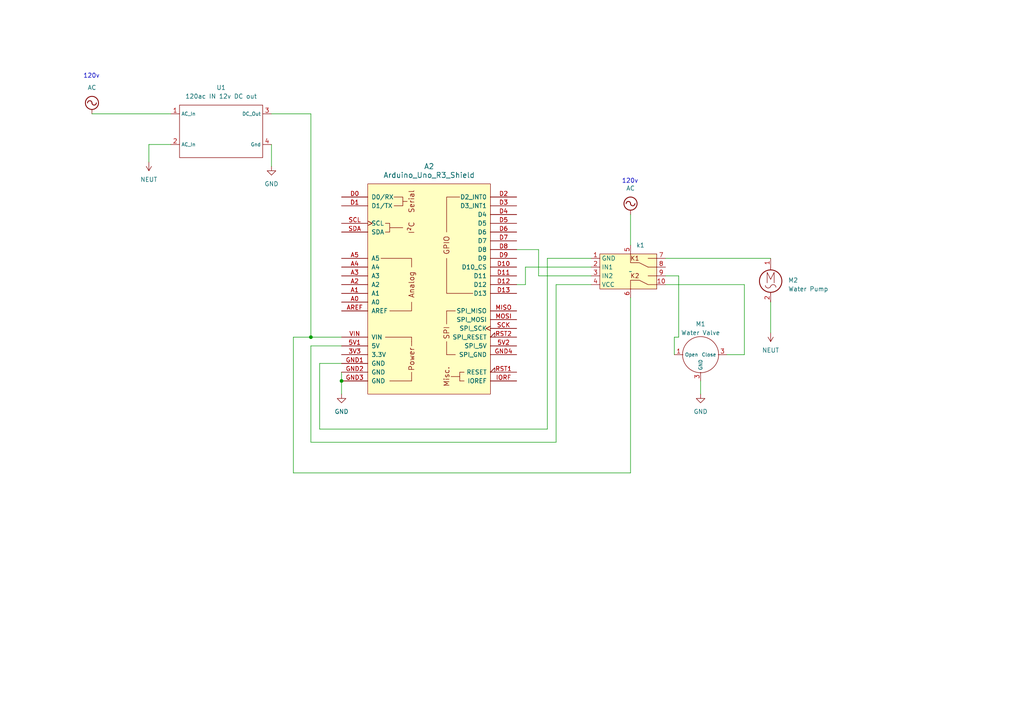
<source format=kicad_sch>
(kicad_sch (version 20230121) (generator eeschema)

  (uuid cd781a36-33dd-481e-9abd-e9c23dc740fb)

  (paper "A4")

  (lib_symbols
    (symbol "12_Volt_Power_Supply:Power_Supply" (in_bom yes) (on_board yes)
      (property "Reference" "U" (at -12.7 10.16 0)
        (effects (font (size 1.27 1.27)))
      )
      (property "Value" "120ac IN 12v DC out" (at 0 1.27 0)
        (effects (font (size 1.27 1.27)))
      )
      (property "Footprint" "" (at 0 0 0)
        (effects (font (size 1.27 1.27)) hide)
      )
      (property "Datasheet" "" (at 0 0 0)
        (effects (font (size 1.27 1.27)) hide)
      )
      (symbol "Power_Supply_0_1"
        (rectangle (start -12.7 7.62) (end 11.43 -7.62)
          (stroke (width 0) (type default))
          (fill (type none))
        )
      )
      (symbol "Power_Supply_1_1"
        (pin input line (at -15.24 5.08 0) (length 2.54)
          (name "AC_In" (effects (font (size 1 1))))
          (number "1" (effects (font (size 1.27 1.27))))
        )
        (pin input line (at -15.24 -3.81 0) (length 2.54)
          (name "AC_In" (effects (font (size 1 1))))
          (number "2" (effects (font (size 1.27 1.27))))
        )
        (pin output line (at 13.97 5.08 180) (length 2.54)
          (name "DC_Out" (effects (font (size 1 1))))
          (number "3" (effects (font (size 1.27 1.27))))
        )
        (pin output line (at 13.97 -3.81 180) (length 2.54)
          (name "Gnd" (effects (font (size 1 1))))
          (number "4" (effects (font (size 1.27 1.27))))
        )
      )
    )
    (symbol "2_Relay_Module:2_relay_Module" (in_bom yes) (on_board yes)
      (property "Reference" "k" (at -8.89 7.62 0)
        (effects (font (size 1.27 1.27)))
      )
      (property "Value" "" (at 0 0 0)
        (effects (font (size 1.27 1.27)))
      )
      (property "Footprint" "" (at 0 0 0)
        (effects (font (size 1.27 1.27)) hide)
      )
      (property "Datasheet" "" (at 0 0 0)
        (effects (font (size 1.27 1.27)) hide)
      )
      (symbol "2_relay_Module_1_1"
        (rectangle (start -8.89 5.08) (end 7.62 -5.08)
          (stroke (width 0) (type default))
          (fill (type background))
        )
        (polyline
          (pts
            (xy 5.08 -1.27)
            (xy 7.62 -1.27)
          )
          (stroke (width 0) (type default))
          (fill (type none))
        )
        (polyline
          (pts
            (xy 5.08 1.27)
            (xy 7.62 1.27)
          )
          (stroke (width 0) (type default))
          (fill (type none))
        )
        (polyline
          (pts
            (xy 5.08 3.81)
            (xy 7.62 3.81)
          )
          (stroke (width 0) (type default))
          (fill (type none))
        )
        (polyline
          (pts
            (xy 0 5.08)
            (xy 0 2.54)
            (xy 2.54 2.54)
            (xy 5.08 1.27)
          )
          (stroke (width 0) (type default))
          (fill (type none))
        )
        (polyline
          (pts
            (xy 0 -5.08)
            (xy 0 -2.54)
            (xy 2.54 -2.54)
            (xy 5.08 -3.81)
            (xy 7.62 -3.81)
          )
          (stroke (width 0) (type default))
          (fill (type none))
        )
        (text "K1" (at 1.27 3.81 0)
          (effects (font (size 1.27 1.27)))
        )
        (text "K2" (at 1.27 -1.27 0)
          (effects (font (size 1.27 1.27)))
        )
        (pin input line (at -11.43 3.81 0) (length 2.54)
          (name "GND" (effects (font (size 1.27 1.27))))
          (number "1" (effects (font (size 1.27 1.27))))
        )
        (pin bidirectional line (at 10.16 -3.81 180) (length 2.54)
          (name "" (effects (font (size 1.27 1.27))))
          (number "10" (effects (font (size 1.27 1.27))))
        )
        (pin input line (at -11.43 1.27 0) (length 2.54)
          (name "IN1" (effects (font (size 1.27 1.27))))
          (number "2" (effects (font (size 1.27 1.27))))
        )
        (pin input line (at -11.43 -1.27 0) (length 2.54)
          (name "IN2" (effects (font (size 1.27 1.27))))
          (number "3" (effects (font (size 1.27 1.27))))
        )
        (pin input line (at -11.43 -3.81 0) (length 2.54)
          (name "VCC" (effects (font (size 1.27 1.27))))
          (number "4" (effects (font (size 1.27 1.27))))
        )
        (pin input line (at 0 7.62 270) (length 2.54)
          (name "" (effects (font (size 1.27 1.27))))
          (number "5" (effects (font (size 1.27 1.27))))
        )
        (pin input line (at 0 -7.62 90) (length 2.54)
          (name "" (effects (font (size 1.27 1.27))))
          (number "6" (effects (font (size 1.27 1.27))))
        )
        (pin bidirectional line (at 10.16 3.81 180) (length 2.54)
          (name "" (effects (font (size 1.27 1.27))))
          (number "7" (effects (font (size 1.27 1.27))))
        )
        (pin bidirectional line (at 10.16 1.27 180) (length 2.54)
          (name "" (effects (font (size 1.27 1.27))))
          (number "8" (effects (font (size 1.27 1.27))))
        )
        (pin bidirectional line (at 10.16 -1.27 180) (length 2.54)
          (name "" (effects (font (size 1.27 1.27))))
          (number "9" (effects (font (size 1.27 1.27))))
        )
      )
    )
    (symbol "3_Wire_DC_Motor:MOtor" (in_bom yes) (on_board yes)
      (property "Reference" "M" (at -7.62 5.08 0)
        (effects (font (size 1.27 1.27)))
      )
      (property "Value" "" (at 0 0 0)
        (effects (font (size 1.27 1.27)))
      )
      (property "Footprint" "" (at 0 0 0)
        (effects (font (size 1.27 1.27)) hide)
      )
      (property "Datasheet" "" (at 0 0 0)
        (effects (font (size 1.27 1.27)) hide)
      )
      (symbol "MOtor_0_1"
        (circle (center 0 0) (radius 5.2363)
          (stroke (width 0) (type default))
          (fill (type none))
        )
      )
      (symbol "MOtor_1_1"
        (pin input line (at -7.62 0 0) (length 2.54)
          (name "Open" (effects (font (size 1 1))))
          (number "1" (effects (font (size 1.27 1.27))))
        )
        (pin input line (at 7.62 0 180) (length 2.54)
          (name "Close" (effects (font (size 1 1))))
          (number "3" (effects (font (size 1.27 1.27))))
        )
        (pin input line (at 0 -7.62 90) (length 2.54)
          (name "GND" (effects (font (size 1 1))))
          (number "3" (effects (font (size 1.27 1.27))))
        )
      )
    )
    (symbol "Motor:Motor_AC" (pin_names (offset 0)) (in_bom yes) (on_board yes)
      (property "Reference" "M" (at 2.54 2.54 0)
        (effects (font (size 1.27 1.27)) (justify left))
      )
      (property "Value" "Motor_AC" (at 2.54 -5.08 0)
        (effects (font (size 1.27 1.27)) (justify left top))
      )
      (property "Footprint" "" (at 0 -2.286 0)
        (effects (font (size 1.27 1.27)) hide)
      )
      (property "Datasheet" "~" (at 0 -2.286 0)
        (effects (font (size 1.27 1.27)) hide)
      )
      (property "ki_keywords" "AC Motor" (at 0 0 0)
        (effects (font (size 1.27 1.27)) hide)
      )
      (property "ki_description" "AC Motor" (at 0 0 0)
        (effects (font (size 1.27 1.27)) hide)
      )
      (property "ki_fp_filters" "PinHeader*P2.54mm* TerminalBlock*" (at 0 0 0)
        (effects (font (size 1.27 1.27)) hide)
      )
      (symbol "Motor_AC_0_0"
        (arc (start -1.524 -2.794) (mid -0.8654 -3.5217) (end 0 -3.048)
          (stroke (width 0) (type default))
          (fill (type none))
        )
        (polyline
          (pts
            (xy -1.016 -2.032)
            (xy -1.016 1.016)
            (xy 0 -1.016)
            (xy 1.016 1.016)
            (xy 1.016 -2.032)
          )
          (stroke (width 0) (type default))
          (fill (type none))
        )
        (arc (start 1.524 -3.302) (mid 0.85 -2.5503) (end 0 -3.048)
          (stroke (width 0) (type default))
          (fill (type none))
        )
      )
      (symbol "Motor_AC_0_1"
        (circle (center 0 -1.524) (radius 3.2512)
          (stroke (width 0.254) (type default))
          (fill (type none))
        )
        (polyline
          (pts
            (xy 0 -7.62)
            (xy 0 -7.112)
          )
          (stroke (width 0) (type default))
          (fill (type none))
        )
        (polyline
          (pts
            (xy 0 -4.7752)
            (xy 0 -5.1816)
          )
          (stroke (width 0) (type default))
          (fill (type none))
        )
        (polyline
          (pts
            (xy 0 1.7272)
            (xy 0 2.0828)
          )
          (stroke (width 0) (type default))
          (fill (type none))
        )
        (polyline
          (pts
            (xy 0 2.032)
            (xy 0 2.54)
          )
          (stroke (width 0) (type default))
          (fill (type none))
        )
      )
      (symbol "Motor_AC_1_1"
        (pin passive line (at 0 5.08 270) (length 2.54)
          (name "~" (effects (font (size 1.27 1.27))))
          (number "1" (effects (font (size 1.27 1.27))))
        )
        (pin passive line (at 0 -7.62 90) (length 2.54)
          (name "~" (effects (font (size 1.27 1.27))))
          (number "2" (effects (font (size 1.27 1.27))))
        )
      )
    )
    (symbol "PCM_arduino-library:Arduino_Uno_R3_Shield" (pin_names (offset 1.016)) (in_bom yes) (on_board yes)
      (property "Reference" "A" (at 0 36.83 0)
        (effects (font (size 1.524 1.524)))
      )
      (property "Value" "Arduino_Uno_R3_Shield" (at 0 33.02 0)
        (effects (font (size 1.524 1.524)))
      )
      (property "Footprint" "PCM_arduino-library:Arduino_Uno_R3_Shield" (at 0 -38.1 0)
        (effects (font (size 1.524 1.524)) hide)
      )
      (property "Datasheet" "https://docs.arduino.cc/hardware/uno-rev3" (at 0 -34.29 0)
        (effects (font (size 1.524 1.524)) hide)
      )
      (property "ki_keywords" "Arduino MPU Shield" (at 0 0 0)
        (effects (font (size 1.27 1.27)) hide)
      )
      (property "ki_description" "Shield for Arduino Uno R3" (at 0 0 0)
        (effects (font (size 1.27 1.27)) hide)
      )
      (property "ki_fp_filters" "Arduino_Uno_R3_Shield" (at 0 0 0)
        (effects (font (size 1.27 1.27)) hide)
      )
      (symbol "Arduino_Uno_R3_Shield_0_0"
        (rectangle (start -17.78 30.48) (end 17.78 -30.48)
          (stroke (width 0) (type default))
          (fill (type background))
        )
        (rectangle (start -12.7 -13.97) (end -5.08 -13.97)
          (stroke (width 0) (type default))
          (fill (type none))
        )
        (rectangle (start -11.43 -26.67) (end -5.08 -26.67)
          (stroke (width 0) (type default))
          (fill (type none))
        )
        (polyline
          (pts
            (xy -11.43 17.78)
            (xy -7.62 17.78)
          )
          (stroke (width 0) (type default))
          (fill (type none))
        )
        (polyline
          (pts
            (xy -7.62 25.4)
            (xy -6.35 25.4)
          )
          (stroke (width 0) (type default))
          (fill (type none))
        )
        (polyline
          (pts
            (xy -5.08 -26.67)
            (xy -5.08 -24.13)
          )
          (stroke (width 0) (type default))
          (fill (type none))
        )
        (polyline
          (pts
            (xy -5.08 -15.24)
            (xy -5.08 -16.51)
          )
          (stroke (width 0) (type default))
          (fill (type none))
        )
        (polyline
          (pts
            (xy -5.08 -13.97)
            (xy -5.08 -15.24)
          )
          (stroke (width 0) (type default))
          (fill (type none))
        )
        (polyline
          (pts
            (xy -5.08 -3.81)
            (xy -5.08 -6.35)
            (xy -11.43 -6.35)
          )
          (stroke (width 0) (type default))
          (fill (type none))
        )
        (polyline
          (pts
            (xy -5.08 6.35)
            (xy -5.08 8.89)
            (xy -13.97 8.89)
          )
          (stroke (width 0) (type default))
          (fill (type none))
        )
        (polyline
          (pts
            (xy 5.08 8.89)
            (xy 5.08 -1.27)
            (xy 12.7 -1.27)
          )
          (stroke (width 0) (type default))
          (fill (type none))
        )
        (polyline
          (pts
            (xy 5.08 16.51)
            (xy 5.08 26.67)
            (xy 8.89 26.67)
          )
          (stroke (width 0) (type default))
          (fill (type none))
        )
        (polyline
          (pts
            (xy -12.7 19.05)
            (xy -11.43 19.05)
            (xy -11.43 16.51)
            (xy -12.7 16.51)
          )
          (stroke (width 0) (type default))
          (fill (type none))
        )
        (polyline
          (pts
            (xy -10.16 26.67)
            (xy -7.62 26.67)
            (xy -7.62 24.13)
            (xy -10.16 24.13)
          )
          (stroke (width 0) (type default))
          (fill (type none))
        )
        (rectangle (start 5.08 -19.05) (end 5.08 -15.24)
          (stroke (width 0) (type default))
          (fill (type none))
        )
        (rectangle (start 5.08 -19.05) (end 7.62 -19.05)
          (stroke (width 0) (type default))
          (fill (type none))
        )
        (rectangle (start 5.08 -10.16) (end 5.08 -6.35)
          (stroke (width 0) (type default))
          (fill (type none))
        )
        (rectangle (start 7.62 -6.35) (end 5.08 -6.35)
          (stroke (width 0) (type default))
          (fill (type none))
        )
        (rectangle (start 8.89 -25.4) (end 6.35 -25.4)
          (stroke (width 0) (type default))
          (fill (type none))
        )
        (rectangle (start 8.89 -24.13) (end 8.89 -26.67)
          (stroke (width 0) (type default))
          (fill (type none))
        )
        (rectangle (start 10.16 -26.67) (end 8.89 -26.67)
          (stroke (width 0) (type default))
          (fill (type none))
        )
        (rectangle (start 10.16 -24.13) (end 8.89 -24.13)
          (stroke (width 0) (type default))
          (fill (type none))
        )
        (text "Analog" (at -5.08 1.27 900)
          (effects (font (size 1.524 1.524)))
        )
        (text "I²C" (at -5.08 17.78 900)
          (effects (font (size 1.524 1.524)))
        )
        (text "Misc." (at 5.08 -25.4 900)
          (effects (font (size 1.524 1.524)))
        )
        (text "Power" (at -5.08 -20.32 900)
          (effects (font (size 1.524 1.524)))
        )
        (text "Serial" (at -5.08 25.4 900)
          (effects (font (size 1.524 1.524)))
        )
        (text "SPI" (at 5.08 -12.7 900)
          (effects (font (size 1.524 1.524)))
        )
      )
      (symbol "Arduino_Uno_R3_Shield_1_0"
        (text "GPIO" (at 5.08 12.7 900)
          (effects (font (size 1.524 1.524)))
        )
      )
      (symbol "Arduino_Uno_R3_Shield_1_1"
        (pin power_out line (at -25.4 -19.05 0) (length 7.62)
          (name "3.3V" (effects (font (size 1.27 1.27))))
          (number "3V3" (effects (font (size 1.27 1.27))))
        )
        (pin power_in line (at -25.4 -16.51 0) (length 7.62)
          (name "5V" (effects (font (size 1.27 1.27))))
          (number "5V1" (effects (font (size 1.27 1.27))))
        )
        (pin power_in line (at 25.4 -16.51 180) (length 7.62)
          (name "SPI_5V" (effects (font (size 1.27 1.27))))
          (number "5V2" (effects (font (size 1.27 1.27))))
        )
        (pin bidirectional line (at -25.4 -3.81 0) (length 7.62)
          (name "A0" (effects (font (size 1.27 1.27))))
          (number "A0" (effects (font (size 1.27 1.27))))
        )
        (pin bidirectional line (at -25.4 -1.27 0) (length 7.62)
          (name "A1" (effects (font (size 1.27 1.27))))
          (number "A1" (effects (font (size 1.27 1.27))))
        )
        (pin bidirectional line (at -25.4 1.27 0) (length 7.62)
          (name "A2" (effects (font (size 1.27 1.27))))
          (number "A2" (effects (font (size 1.27 1.27))))
        )
        (pin bidirectional line (at -25.4 3.81 0) (length 7.62)
          (name "A3" (effects (font (size 1.27 1.27))))
          (number "A3" (effects (font (size 1.27 1.27))))
        )
        (pin bidirectional line (at -25.4 6.35 0) (length 7.62)
          (name "A4" (effects (font (size 1.27 1.27))))
          (number "A4" (effects (font (size 1.27 1.27))))
        )
        (pin bidirectional line (at -25.4 8.89 0) (length 7.62)
          (name "A5" (effects (font (size 1.27 1.27))))
          (number "A5" (effects (font (size 1.27 1.27))))
        )
        (pin input line (at -25.4 -6.35 0) (length 7.62)
          (name "AREF" (effects (font (size 1.27 1.27))))
          (number "AREF" (effects (font (size 1.27 1.27))))
        )
        (pin bidirectional line (at -25.4 26.67 0) (length 7.62)
          (name "D0/RX" (effects (font (size 1.27 1.27))))
          (number "D0" (effects (font (size 1.27 1.27))))
        )
        (pin bidirectional line (at -25.4 24.13 0) (length 7.62)
          (name "D1/TX" (effects (font (size 1.27 1.27))))
          (number "D1" (effects (font (size 1.27 1.27))))
        )
        (pin bidirectional line (at 25.4 6.35 180) (length 7.62)
          (name "D10_CS" (effects (font (size 1.27 1.27))))
          (number "D10" (effects (font (size 1.27 1.27))))
        )
        (pin bidirectional line (at 25.4 3.81 180) (length 7.62)
          (name "D11" (effects (font (size 1.27 1.27))))
          (number "D11" (effects (font (size 1.27 1.27))))
        )
        (pin bidirectional line (at 25.4 1.27 180) (length 7.62)
          (name "D12" (effects (font (size 1.27 1.27))))
          (number "D12" (effects (font (size 1.27 1.27))))
        )
        (pin bidirectional line (at 25.4 -1.27 180) (length 7.62)
          (name "D13" (effects (font (size 1.27 1.27))))
          (number "D13" (effects (font (size 1.27 1.27))))
        )
        (pin bidirectional line (at 25.4 26.67 180) (length 7.62)
          (name "D2_INT0" (effects (font (size 1.27 1.27))))
          (number "D2" (effects (font (size 1.27 1.27))))
        )
        (pin bidirectional line (at 25.4 24.13 180) (length 7.62)
          (name "D3_INT1" (effects (font (size 1.27 1.27))))
          (number "D3" (effects (font (size 1.27 1.27))))
        )
        (pin bidirectional line (at 25.4 21.59 180) (length 7.62)
          (name "D4" (effects (font (size 1.27 1.27))))
          (number "D4" (effects (font (size 1.27 1.27))))
        )
        (pin bidirectional line (at 25.4 19.05 180) (length 7.62)
          (name "D5" (effects (font (size 1.27 1.27))))
          (number "D5" (effects (font (size 1.27 1.27))))
        )
        (pin bidirectional line (at 25.4 16.51 180) (length 7.62)
          (name "D6" (effects (font (size 1.27 1.27))))
          (number "D6" (effects (font (size 1.27 1.27))))
        )
        (pin bidirectional line (at 25.4 13.97 180) (length 7.62)
          (name "D7" (effects (font (size 1.27 1.27))))
          (number "D7" (effects (font (size 1.27 1.27))))
        )
        (pin bidirectional line (at 25.4 11.43 180) (length 7.62)
          (name "D8" (effects (font (size 1.27 1.27))))
          (number "D8" (effects (font (size 1.27 1.27))))
        )
        (pin bidirectional line (at 25.4 8.89 180) (length 7.62)
          (name "D9" (effects (font (size 1.27 1.27))))
          (number "D9" (effects (font (size 1.27 1.27))))
        )
        (pin power_in line (at -25.4 -21.59 0) (length 7.62)
          (name "GND" (effects (font (size 1.27 1.27))))
          (number "GND1" (effects (font (size 1.27 1.27))))
        )
        (pin power_in line (at -25.4 -24.13 0) (length 7.62)
          (name "GND" (effects (font (size 1.27 1.27))))
          (number "GND2" (effects (font (size 1.27 1.27))))
        )
        (pin power_in line (at -25.4 -26.67 0) (length 7.62)
          (name "GND" (effects (font (size 1.27 1.27))))
          (number "GND3" (effects (font (size 1.27 1.27))))
        )
        (pin power_in line (at 25.4 -19.05 180) (length 7.62)
          (name "SPI_GND" (effects (font (size 1.27 1.27))))
          (number "GND4" (effects (font (size 1.27 1.27))))
        )
        (pin output line (at 25.4 -26.67 180) (length 7.62)
          (name "IOREF" (effects (font (size 1.27 1.27))))
          (number "IORF" (effects (font (size 1.27 1.27))))
        )
        (pin input line (at 25.4 -6.35 180) (length 7.62)
          (name "SPI_MISO" (effects (font (size 1.27 1.27))))
          (number "MISO" (effects (font (size 1.27 1.27))))
        )
        (pin output line (at 25.4 -8.89 180) (length 7.62)
          (name "SPI_MOSI" (effects (font (size 1.27 1.27))))
          (number "MOSI" (effects (font (size 1.27 1.27))))
        )
        (pin open_collector input_low (at 25.4 -24.13 180) (length 7.62)
          (name "RESET" (effects (font (size 1.27 1.27))))
          (number "RST1" (effects (font (size 1.27 1.27))))
        )
        (pin open_collector input_low (at 25.4 -13.97 180) (length 7.62)
          (name "SPI_RESET" (effects (font (size 1.27 1.27))))
          (number "RST2" (effects (font (size 1.27 1.27))))
        )
        (pin output clock (at 25.4 -11.43 180) (length 7.62)
          (name "SPI_SCK" (effects (font (size 1.27 1.27))))
          (number "SCK" (effects (font (size 1.27 1.27))))
        )
        (pin bidirectional clock (at -25.4 19.05 0) (length 7.62)
          (name "SCL" (effects (font (size 1.27 1.27))))
          (number "SCL" (effects (font (size 1.27 1.27))))
        )
        (pin bidirectional line (at -25.4 16.51 0) (length 7.62)
          (name "SDA" (effects (font (size 1.27 1.27))))
          (number "SDA" (effects (font (size 1.27 1.27))))
        )
        (pin power_in line (at -25.4 -13.97 0) (length 7.62)
          (name "VIN" (effects (font (size 1.27 1.27))))
          (number "VIN" (effects (font (size 1.27 1.27))))
        )
      )
    )
    (symbol "power:AC" (power) (pin_names (offset 0)) (in_bom yes) (on_board yes)
      (property "Reference" "#PWR" (at 0 -2.54 0)
        (effects (font (size 1.27 1.27)) hide)
      )
      (property "Value" "AC" (at 0 6.35 0)
        (effects (font (size 1.27 1.27)))
      )
      (property "Footprint" "" (at 0 0 0)
        (effects (font (size 1.27 1.27)) hide)
      )
      (property "Datasheet" "" (at 0 0 0)
        (effects (font (size 1.27 1.27)) hide)
      )
      (property "ki_keywords" "global power" (at 0 0 0)
        (effects (font (size 1.27 1.27)) hide)
      )
      (property "ki_description" "Power symbol creates a global label with name \"AC\"" (at 0 0 0)
        (effects (font (size 1.27 1.27)) hide)
      )
      (symbol "AC_0_1"
        (polyline
          (pts
            (xy 0 0)
            (xy 0 1.27)
          )
          (stroke (width 0) (type default))
          (fill (type none))
        )
        (arc (start 0 3.175) (mid -0.635 3.8073) (end -1.27 3.175)
          (stroke (width 0.254) (type default))
          (fill (type none))
        )
        (arc (start 0 3.175) (mid 0.635 2.5427) (end 1.27 3.175)
          (stroke (width 0.254) (type default))
          (fill (type none))
        )
        (circle (center 0 3.175) (radius 1.905)
          (stroke (width 0.254) (type default))
          (fill (type none))
        )
      )
      (symbol "AC_1_1"
        (pin power_in line (at 0 0 90) (length 0) hide
          (name "AC" (effects (font (size 1.27 1.27))))
          (number "1" (effects (font (size 1.27 1.27))))
        )
      )
    )
    (symbol "power:GND" (power) (pin_names (offset 0)) (in_bom yes) (on_board yes)
      (property "Reference" "#PWR" (at 0 -6.35 0)
        (effects (font (size 1.27 1.27)) hide)
      )
      (property "Value" "GND" (at 0 -3.81 0)
        (effects (font (size 1.27 1.27)))
      )
      (property "Footprint" "" (at 0 0 0)
        (effects (font (size 1.27 1.27)) hide)
      )
      (property "Datasheet" "" (at 0 0 0)
        (effects (font (size 1.27 1.27)) hide)
      )
      (property "ki_keywords" "global power" (at 0 0 0)
        (effects (font (size 1.27 1.27)) hide)
      )
      (property "ki_description" "Power symbol creates a global label with name \"GND\" , ground" (at 0 0 0)
        (effects (font (size 1.27 1.27)) hide)
      )
      (symbol "GND_0_1"
        (polyline
          (pts
            (xy 0 0)
            (xy 0 -1.27)
            (xy 1.27 -1.27)
            (xy 0 -2.54)
            (xy -1.27 -1.27)
            (xy 0 -1.27)
          )
          (stroke (width 0) (type default))
          (fill (type none))
        )
      )
      (symbol "GND_1_1"
        (pin power_in line (at 0 0 270) (length 0) hide
          (name "GND" (effects (font (size 1.27 1.27))))
          (number "1" (effects (font (size 1.27 1.27))))
        )
      )
    )
    (symbol "power:NEUT" (power) (pin_names (offset 0)) (in_bom yes) (on_board yes)
      (property "Reference" "#PWR" (at 0 -3.81 0)
        (effects (font (size 1.27 1.27)) hide)
      )
      (property "Value" "NEUT" (at 0 3.81 0)
        (effects (font (size 1.27 1.27)))
      )
      (property "Footprint" "" (at 0 0 0)
        (effects (font (size 1.27 1.27)) hide)
      )
      (property "Datasheet" "" (at 0 0 0)
        (effects (font (size 1.27 1.27)) hide)
      )
      (property "ki_keywords" "global power" (at 0 0 0)
        (effects (font (size 1.27 1.27)) hide)
      )
      (property "ki_description" "Power symbol creates a global label with name \"NEUT\"" (at 0 0 0)
        (effects (font (size 1.27 1.27)) hide)
      )
      (symbol "NEUT_0_1"
        (polyline
          (pts
            (xy -0.762 1.27)
            (xy 0 2.54)
          )
          (stroke (width 0) (type default))
          (fill (type none))
        )
        (polyline
          (pts
            (xy 0 0)
            (xy 0 2.54)
          )
          (stroke (width 0) (type default))
          (fill (type none))
        )
        (polyline
          (pts
            (xy 0 2.54)
            (xy 0.762 1.27)
          )
          (stroke (width 0) (type default))
          (fill (type none))
        )
      )
      (symbol "NEUT_1_1"
        (pin power_in line (at 0 0 90) (length 0) hide
          (name "NEUT" (effects (font (size 1.27 1.27))))
          (number "1" (effects (font (size 1.27 1.27))))
        )
      )
    )
  )

  (junction (at 99.06 110.49) (diameter 0) (color 0 0 0 0)
    (uuid 2842f0a1-ba16-4caa-862d-150cdcfefd9f)
  )
  (junction (at 90.17 97.79) (diameter 0) (color 0 0 0 0)
    (uuid 53f97d89-2337-45a9-a6ad-694931feb23f)
  )

  (wire (pts (xy 85.09 97.79) (xy 90.17 97.79))
    (stroke (width 0) (type default))
    (uuid 04ee11dd-ef41-4b9b-8550-a93c56489b75)
  )
  (wire (pts (xy 156.21 80.01) (xy 156.21 72.39))
    (stroke (width 0) (type default))
    (uuid 169ce6ac-f8f8-4712-9648-f708606dc893)
  )
  (wire (pts (xy 196.85 97.79) (xy 195.58 97.79))
    (stroke (width 0) (type default))
    (uuid 16a5462c-ba01-4509-997c-d19bfe6cdde3)
  )
  (wire (pts (xy 203.2 114.3) (xy 203.2 110.49))
    (stroke (width 0) (type default))
    (uuid 1addb0d3-6751-47cb-b29b-febbd1cc4a0c)
  )
  (wire (pts (xy 43.18 46.99) (xy 43.18 41.91))
    (stroke (width 0) (type default))
    (uuid 1b048c70-fab0-4596-9abd-60bc949f6eba)
  )
  (wire (pts (xy 43.18 41.91) (xy 49.53 41.91))
    (stroke (width 0) (type default))
    (uuid 238b86b8-317f-4fea-b601-22483b2d440e)
  )
  (wire (pts (xy 92.71 124.46) (xy 92.71 105.41))
    (stroke (width 0) (type default))
    (uuid 243e505c-2b4b-4d9c-b86e-3abc6c3b8ccc)
  )
  (wire (pts (xy 215.9 82.55) (xy 215.9 102.87))
    (stroke (width 0) (type default))
    (uuid 281f401b-570b-4320-b7d3-36f9fede70e2)
  )
  (wire (pts (xy 85.09 137.16) (xy 85.09 97.79))
    (stroke (width 0) (type default))
    (uuid 2bfdd2f8-feef-4421-879e-420219f4701a)
  )
  (wire (pts (xy 171.45 80.01) (xy 156.21 80.01))
    (stroke (width 0) (type default))
    (uuid 38d00cb9-7eeb-470f-b4b6-9ada970d2d3c)
  )
  (wire (pts (xy 193.04 82.55) (xy 215.9 82.55))
    (stroke (width 0) (type default))
    (uuid 3c3e44cc-fe46-46f7-ae25-dceddf8fe37a)
  )
  (wire (pts (xy 158.75 124.46) (xy 92.71 124.46))
    (stroke (width 0) (type default))
    (uuid 3c8d7e03-04f8-41b0-bbe9-e31a1e63c1b8)
  )
  (wire (pts (xy 171.45 77.47) (xy 152.4 77.47))
    (stroke (width 0) (type default))
    (uuid 3dbed93d-f2c9-4a97-98dc-a05d4c88c80b)
  )
  (wire (pts (xy 158.75 74.93) (xy 158.75 124.46))
    (stroke (width 0) (type default))
    (uuid 4bda3c37-b489-4eee-a97c-8b129ce8dfbe)
  )
  (wire (pts (xy 182.88 62.23) (xy 182.88 71.12))
    (stroke (width 0) (type default))
    (uuid 4fe2536a-7bac-475b-a97c-0a26f85d384c)
  )
  (wire (pts (xy 161.29 128.27) (xy 90.17 128.27))
    (stroke (width 0) (type default))
    (uuid 567662bd-7aed-4f23-8730-3ef2c7731def)
  )
  (wire (pts (xy 171.45 74.93) (xy 158.75 74.93))
    (stroke (width 0) (type default))
    (uuid 5dc4b497-ca6f-453e-ab14-f9e7e093e3d0)
  )
  (wire (pts (xy 26.67 33.02) (xy 49.53 33.02))
    (stroke (width 0) (type default))
    (uuid 65084ab3-f980-45be-b495-d70e71276971)
  )
  (wire (pts (xy 156.21 72.39) (xy 149.86 72.39))
    (stroke (width 0) (type default))
    (uuid 73f2b92e-c43d-4474-9133-51e418b5d03d)
  )
  (wire (pts (xy 193.04 80.01) (xy 196.85 80.01))
    (stroke (width 0) (type default))
    (uuid 7cf288b9-695c-49b8-b667-3a2a82b204df)
  )
  (wire (pts (xy 152.4 77.47) (xy 152.4 82.55))
    (stroke (width 0) (type default))
    (uuid 852e7d41-8868-4a18-848f-a5b4c98bf0ac)
  )
  (wire (pts (xy 99.06 110.49) (xy 99.06 114.3))
    (stroke (width 0) (type default))
    (uuid 8d7b11d1-7af5-476f-9e5d-0a10d973fe73)
  )
  (wire (pts (xy 223.52 96.52) (xy 223.52 87.63))
    (stroke (width 0) (type default))
    (uuid 8edad391-cc1d-4c5d-b261-d46bb7507e65)
  )
  (wire (pts (xy 182.88 86.36) (xy 182.88 137.16))
    (stroke (width 0) (type default))
    (uuid 921c6917-3216-435d-a3f8-05d394b021cb)
  )
  (wire (pts (xy 78.74 33.02) (xy 90.17 33.02))
    (stroke (width 0) (type default))
    (uuid 99051134-6d6a-4d36-aca7-022d99fb8a82)
  )
  (wire (pts (xy 171.45 82.55) (xy 161.29 82.55))
    (stroke (width 0) (type default))
    (uuid 9fd99a8b-a8ee-4751-ac2b-6e263b98848c)
  )
  (wire (pts (xy 182.88 137.16) (xy 85.09 137.16))
    (stroke (width 0) (type default))
    (uuid a45b8cab-9d21-458f-8ee3-23f962f45663)
  )
  (wire (pts (xy 215.9 102.87) (xy 210.82 102.87))
    (stroke (width 0) (type default))
    (uuid a7916b88-63a2-4d30-a577-36ed341050bd)
  )
  (wire (pts (xy 92.71 105.41) (xy 99.06 105.41))
    (stroke (width 0) (type default))
    (uuid aba11d18-d254-4ad1-adbc-e418dba92902)
  )
  (wire (pts (xy 196.85 80.01) (xy 196.85 97.79))
    (stroke (width 0) (type default))
    (uuid cd1dbbb1-cd35-47c5-9941-23b13d106755)
  )
  (wire (pts (xy 161.29 82.55) (xy 161.29 128.27))
    (stroke (width 0) (type default))
    (uuid cec5ea66-27e4-4ee6-9821-de4803fafde2)
  )
  (wire (pts (xy 90.17 128.27) (xy 90.17 100.33))
    (stroke (width 0) (type default))
    (uuid ceee607a-0b56-48ad-a747-17a7f0601d72)
  )
  (wire (pts (xy 193.04 74.93) (xy 223.52 74.93))
    (stroke (width 0) (type default))
    (uuid d277b25f-12b2-47d9-982e-e0af74f20662)
  )
  (wire (pts (xy 195.58 97.79) (xy 195.58 102.87))
    (stroke (width 0) (type default))
    (uuid d3219913-d9ca-4151-9f2f-242e1f0d445f)
  )
  (wire (pts (xy 90.17 97.79) (xy 99.06 97.79))
    (stroke (width 0) (type default))
    (uuid d48c3d7a-8a4a-40c9-92b1-34b1114dd2f6)
  )
  (wire (pts (xy 99.06 107.95) (xy 99.06 110.49))
    (stroke (width 0) (type default))
    (uuid d6ae4276-8ce5-487e-9ac9-c13e60d24bc0)
  )
  (wire (pts (xy 90.17 100.33) (xy 99.06 100.33))
    (stroke (width 0) (type default))
    (uuid d896fc2a-9b9d-44a3-8e1f-d016079540f5)
  )
  (wire (pts (xy 90.17 33.02) (xy 90.17 97.79))
    (stroke (width 0) (type default))
    (uuid dde0f708-356f-405d-8cbc-3a94579c9bdb)
  )
  (wire (pts (xy 152.4 82.55) (xy 149.86 82.55))
    (stroke (width 0) (type default))
    (uuid ed62db7e-c996-4574-b10a-1ead21ad6fd1)
  )
  (wire (pts (xy 78.74 41.91) (xy 78.74 48.26))
    (stroke (width 0) (type default))
    (uuid fb239242-1bef-49a1-bef1-edf843495854)
  )

  (text "120v" (at 24.13 22.86 0)
    (effects (font (size 1.27 1.27)) (justify left bottom))
    (uuid 65714a14-0e99-41f5-9c46-0eb76055c81e)
  )
  (text "120v" (at 180.34 53.34 0)
    (effects (font (size 1.27 1.27)) (justify left bottom))
    (uuid cca82c78-e66b-4f72-adb6-63c39a36b167)
  )

  (symbol (lib_id "12_Volt_Power_Supply:Power_Supply") (at 64.77 38.1 0) (unit 1)
    (in_bom yes) (on_board yes) (dnp no) (fields_autoplaced)
    (uuid 35c929c2-7a4e-4a3d-b793-888e0b844033)
    (property "Reference" "U1" (at 64.135 25.4 0)
      (effects (font (size 1.27 1.27)))
    )
    (property "Value" "120ac IN 12v DC out" (at 64.135 27.94 0)
      (effects (font (size 1.27 1.27)))
    )
    (property "Footprint" "" (at 64.77 38.1 0)
      (effects (font (size 1.27 1.27)) hide)
    )
    (property "Datasheet" "" (at 64.77 38.1 0)
      (effects (font (size 1.27 1.27)) hide)
    )
    (pin "1" (uuid c346103a-c463-43c6-aba0-d13a14bfa269))
    (pin "2" (uuid b5cd7138-44b2-4df9-9953-7b0804bddb6e))
    (pin "3" (uuid 33f6024f-1b1d-43c2-bf07-ef31edc05003))
    (pin "4" (uuid 9e08d46d-a8bf-44c5-898c-c48348dde02b))
    (instances
      (project "Water Level"
        (path "/cd781a36-33dd-481e-9abd-e9c23dc740fb"
          (reference "U1") (unit 1)
        )
      )
    )
  )

  (symbol (lib_id "Motor:Motor_AC") (at 223.52 80.01 0) (unit 1)
    (in_bom yes) (on_board yes) (dnp no) (fields_autoplaced)
    (uuid 42dda67a-1ae1-4fce-8859-0e7ab8b6c6c9)
    (property "Reference" "M2" (at 228.6 81.28 0)
      (effects (font (size 1.27 1.27)) (justify left))
    )
    (property "Value" "Water Pump" (at 228.6 83.82 0)
      (effects (font (size 1.27 1.27)) (justify left))
    )
    (property "Footprint" "" (at 223.52 82.296 0)
      (effects (font (size 1.27 1.27)) hide)
    )
    (property "Datasheet" "~" (at 223.52 82.296 0)
      (effects (font (size 1.27 1.27)) hide)
    )
    (pin "1" (uuid 19434874-b66d-434c-8fda-4204695df3f5))
    (pin "2" (uuid 6fa8fc26-950c-4268-8279-157adb0528dd))
    (instances
      (project "Water Level"
        (path "/cd781a36-33dd-481e-9abd-e9c23dc740fb"
          (reference "M2") (unit 1)
        )
      )
    )
  )

  (symbol (lib_id "PCM_arduino-library:Arduino_Uno_R3_Shield") (at 124.46 83.82 0) (unit 1)
    (in_bom yes) (on_board yes) (dnp no) (fields_autoplaced)
    (uuid 4bfc87cc-707e-4109-b5a2-f50b067508ba)
    (property "Reference" "A2" (at 124.46 48.26 0)
      (effects (font (size 1.524 1.524)))
    )
    (property "Value" "Arduino_Uno_R3_Shield" (at 124.46 50.8 0)
      (effects (font (size 1.524 1.524)))
    )
    (property "Footprint" "PCM_arduino-library:Arduino_Uno_R3_Shield" (at 124.46 121.92 0)
      (effects (font (size 1.524 1.524)) hide)
    )
    (property "Datasheet" "https://docs.arduino.cc/hardware/uno-rev3" (at 124.46 118.11 0)
      (effects (font (size 1.524 1.524)) hide)
    )
    (pin "3V3" (uuid 8cb8ec91-1bd0-49db-9826-2be87949fe82))
    (pin "5V1" (uuid 6529c1a9-e4ab-4087-b2e1-14fdce158987))
    (pin "5V2" (uuid 5ce6d3ce-d08b-463b-97e8-1f379256a828))
    (pin "A0" (uuid da39aec3-b3d1-41cd-a30b-9c289aa65db6))
    (pin "A1" (uuid 85a69742-439b-4008-80fd-3f3403a685f4))
    (pin "A2" (uuid 77cf91ae-7516-4be2-a944-8e14b825ea22))
    (pin "A3" (uuid dbf84503-0c15-48c8-9aa2-978739274119))
    (pin "A4" (uuid 1b086562-8549-4474-b18e-a5f23e89ad79))
    (pin "A5" (uuid 49d65d66-f8b9-40f6-822d-85f654f4a806))
    (pin "AREF" (uuid 4e4b2249-a5e9-4168-9e5c-eb9307b042e3))
    (pin "D0" (uuid 110610b6-c39f-4d21-b33f-e42c67bc1913))
    (pin "D1" (uuid 7ca6a221-9bf5-4370-b3e2-7ca890e2e80c))
    (pin "D10" (uuid 3771b5d9-a7de-469b-b1b3-84039064e419))
    (pin "D11" (uuid 1f74ee51-82b8-452e-84e4-b61bf6ce987f))
    (pin "D12" (uuid bfa48409-d13d-492f-abf7-aa2cd74c1617))
    (pin "D13" (uuid 7a79e506-2ce2-4afb-944c-95d0070edc52))
    (pin "D2" (uuid 4dd74be9-0ec3-4d1f-9252-115687e31bb9))
    (pin "D3" (uuid 7787c146-f108-45b8-ac59-92b97ab6e89f))
    (pin "D4" (uuid 8582a6cc-4e77-4321-8009-4cbea84aa281))
    (pin "D5" (uuid 1257c6b4-5d99-4021-b5d4-7ab7c66d1a05))
    (pin "D6" (uuid 08cb178b-7576-40fc-948e-24a88b77cfc3))
    (pin "D7" (uuid dda0823b-d86f-4467-b788-43ecfcfb1af8))
    (pin "D8" (uuid b3fa1681-7c20-4420-8bd3-ac3bea15ba74))
    (pin "D9" (uuid 07170c00-9c6c-40c6-a1b7-bf8dd27e1956))
    (pin "GND1" (uuid a80056b0-d22d-4c09-9189-98358ae26643))
    (pin "GND2" (uuid 8898e711-9a79-43f6-aaff-86483a233afc))
    (pin "GND3" (uuid fd9aed34-d90a-4342-9741-a73c5fc75489))
    (pin "GND4" (uuid 15d03262-5bb1-4a61-9270-d2f889730cd7))
    (pin "IORF" (uuid bd8fac07-9870-49e6-93c1-63522ec53e55))
    (pin "MISO" (uuid 3975e9f9-c66b-4505-8138-fb053ea9e4d8))
    (pin "MOSI" (uuid 89a114ed-d503-4991-b00c-5356b62ce482))
    (pin "RST1" (uuid c5f87701-9fd8-4856-ae9e-b714667bbbe3))
    (pin "RST2" (uuid 67bf8c7f-5851-473d-b08f-328f2521169c))
    (pin "SCK" (uuid 98a87ce1-ba63-485a-8ed9-2c25f653e527))
    (pin "SCL" (uuid d5824cb1-4a4f-4c32-a360-244d00d1e725))
    (pin "SDA" (uuid 3aec75e7-60c4-437f-841a-fc62e1dde2d6))
    (pin "VIN" (uuid 36e07f8d-47fe-40de-9bf8-72f591e4dad6))
    (instances
      (project "Water Level"
        (path "/cd781a36-33dd-481e-9abd-e9c23dc740fb"
          (reference "A2") (unit 1)
        )
      )
    )
  )

  (symbol (lib_id "power:AC") (at 182.88 62.23 0) (unit 1)
    (in_bom yes) (on_board yes) (dnp no)
    (uuid 4f09069c-8348-4e86-8f15-92df9947e6b8)
    (property "Reference" "#PWR01" (at 182.88 64.77 0)
      (effects (font (size 1.27 1.27)) hide)
    )
    (property "Value" "AC" (at 182.88 54.61 0)
      (effects (font (size 1.27 1.27)))
    )
    (property "Footprint" "" (at 182.88 62.23 0)
      (effects (font (size 1.27 1.27)) hide)
    )
    (property "Datasheet" "" (at 182.88 62.23 0)
      (effects (font (size 1.27 1.27)) hide)
    )
    (pin "1" (uuid 6a6eafa4-07f9-439c-b3e1-84cb249042d3))
    (instances
      (project "Water Level"
        (path "/cd781a36-33dd-481e-9abd-e9c23dc740fb"
          (reference "#PWR01") (unit 1)
        )
      )
    )
  )

  (symbol (lib_id "power:AC") (at 26.67 33.02 0) (unit 1)
    (in_bom yes) (on_board yes) (dnp no)
    (uuid 6e99b961-ec7b-4ed9-8219-307cedfa30fb)
    (property "Reference" "#PWR03" (at 26.67 35.56 0)
      (effects (font (size 1.27 1.27)) hide)
    )
    (property "Value" "AC" (at 26.67 25.4 0)
      (effects (font (size 1.27 1.27)))
    )
    (property "Footprint" "" (at 26.67 33.02 0)
      (effects (font (size 1.27 1.27)) hide)
    )
    (property "Datasheet" "" (at 26.67 33.02 0)
      (effects (font (size 1.27 1.27)) hide)
    )
    (pin "1" (uuid 08a0a871-3d7c-4257-b691-bfe97e1226b3))
    (instances
      (project "Water Level"
        (path "/cd781a36-33dd-481e-9abd-e9c23dc740fb"
          (reference "#PWR03") (unit 1)
        )
      )
    )
  )

  (symbol (lib_id "power:NEUT") (at 223.52 96.52 180) (unit 1)
    (in_bom yes) (on_board yes) (dnp no) (fields_autoplaced)
    (uuid 724858e1-8fc2-4aac-b1fa-5b9b8866a5e4)
    (property "Reference" "#PWR05" (at 223.52 92.71 0)
      (effects (font (size 1.27 1.27)) hide)
    )
    (property "Value" "NEUT" (at 223.52 101.6 0)
      (effects (font (size 1.27 1.27)))
    )
    (property "Footprint" "" (at 223.52 96.52 0)
      (effects (font (size 1.27 1.27)) hide)
    )
    (property "Datasheet" "" (at 223.52 96.52 0)
      (effects (font (size 1.27 1.27)) hide)
    )
    (pin "1" (uuid d0a2c50d-30ed-4f2f-b873-58a25d9fca42))
    (instances
      (project "Water Level"
        (path "/cd781a36-33dd-481e-9abd-e9c23dc740fb"
          (reference "#PWR05") (unit 1)
        )
      )
    )
  )

  (symbol (lib_id "power:GND") (at 203.2 114.3 0) (unit 1)
    (in_bom yes) (on_board yes) (dnp no) (fields_autoplaced)
    (uuid 7493d60b-4824-4ff7-9379-30f039c619ae)
    (property "Reference" "#PWR04" (at 203.2 120.65 0)
      (effects (font (size 1.27 1.27)) hide)
    )
    (property "Value" "GND" (at 203.2 119.38 0)
      (effects (font (size 1.27 1.27)))
    )
    (property "Footprint" "" (at 203.2 114.3 0)
      (effects (font (size 1.27 1.27)) hide)
    )
    (property "Datasheet" "" (at 203.2 114.3 0)
      (effects (font (size 1.27 1.27)) hide)
    )
    (pin "1" (uuid 58e7de80-51e3-4798-94eb-e21603ca0794))
    (instances
      (project "Water Level"
        (path "/cd781a36-33dd-481e-9abd-e9c23dc740fb"
          (reference "#PWR04") (unit 1)
        )
      )
    )
  )

  (symbol (lib_id "power:GND") (at 78.74 48.26 0) (unit 1)
    (in_bom yes) (on_board yes) (dnp no) (fields_autoplaced)
    (uuid a4f3255b-b103-4d5b-924b-c56ab996a64b)
    (property "Reference" "#PWR07" (at 78.74 54.61 0)
      (effects (font (size 1.27 1.27)) hide)
    )
    (property "Value" "GND" (at 78.74 53.34 0)
      (effects (font (size 1.27 1.27)))
    )
    (property "Footprint" "" (at 78.74 48.26 0)
      (effects (font (size 1.27 1.27)) hide)
    )
    (property "Datasheet" "" (at 78.74 48.26 0)
      (effects (font (size 1.27 1.27)) hide)
    )
    (pin "1" (uuid 1212f6c9-d866-4bd9-b10d-cbf0b6edb114))
    (instances
      (project "Water Level"
        (path "/cd781a36-33dd-481e-9abd-e9c23dc740fb"
          (reference "#PWR07") (unit 1)
        )
      )
    )
  )

  (symbol (lib_id "power:NEUT") (at 43.18 46.99 180) (unit 1)
    (in_bom yes) (on_board yes) (dnp no) (fields_autoplaced)
    (uuid b6f16c48-16f0-43b2-9399-3437f1f13b7a)
    (property "Reference" "#PWR06" (at 43.18 43.18 0)
      (effects (font (size 1.27 1.27)) hide)
    )
    (property "Value" "NEUT" (at 43.18 52.07 0)
      (effects (font (size 1.27 1.27)))
    )
    (property "Footprint" "" (at 43.18 46.99 0)
      (effects (font (size 1.27 1.27)) hide)
    )
    (property "Datasheet" "" (at 43.18 46.99 0)
      (effects (font (size 1.27 1.27)) hide)
    )
    (pin "1" (uuid baaad500-5883-4e04-b3ea-76fbc2d5425e))
    (instances
      (project "Water Level"
        (path "/cd781a36-33dd-481e-9abd-e9c23dc740fb"
          (reference "#PWR06") (unit 1)
        )
      )
    )
  )

  (symbol (lib_id "2_Relay_Module:2_relay_Module") (at 182.88 78.74 0) (unit 1)
    (in_bom yes) (on_board yes) (dnp no) (fields_autoplaced)
    (uuid cc1d256d-a678-490d-b924-40ba011dedb3)
    (property "Reference" "k1" (at 184.5311 71.12 0)
      (effects (font (size 1.27 1.27)) (justify left))
    )
    (property "Value" "~" (at 182.88 78.74 0)
      (effects (font (size 1.27 1.27)))
    )
    (property "Footprint" "" (at 182.88 78.74 0)
      (effects (font (size 1.27 1.27)) hide)
    )
    (property "Datasheet" "" (at 182.88 78.74 0)
      (effects (font (size 1.27 1.27)) hide)
    )
    (pin "1" (uuid 2adce450-ffc7-442a-8735-59b872e6cc67))
    (pin "10" (uuid 9696a5c7-293b-4161-beb1-f7b9b06dd462))
    (pin "2" (uuid a1705402-a874-473b-a6ce-8ae958bab415))
    (pin "3" (uuid 74a3d359-696a-4178-aa47-b7cbce95c1ca))
    (pin "4" (uuid a7768290-b887-44a8-97dc-fc22437a5298))
    (pin "5" (uuid 29f5f66f-7ef5-44a7-a314-a1d6bcafe5ec))
    (pin "6" (uuid 5cc4832b-d55d-4ea6-ae1c-b133b03552c1))
    (pin "7" (uuid 8d24b323-e49e-44a9-a360-f52364f8b821))
    (pin "8" (uuid 726f1067-629b-4c16-9565-99115d1dc1f5))
    (pin "9" (uuid 88aa315f-74ce-4a43-a5f5-e67a96b407a1))
    (instances
      (project "Water Level"
        (path "/cd781a36-33dd-481e-9abd-e9c23dc740fb"
          (reference "k1") (unit 1)
        )
      )
    )
  )

  (symbol (lib_id "3_Wire_DC_Motor:MOtor") (at 203.2 102.87 0) (unit 1)
    (in_bom yes) (on_board yes) (dnp no)
    (uuid d0e0a38b-3c0f-40a5-8a01-2ea9927a0265)
    (property "Reference" "M1" (at 203.2 93.98 0)
      (effects (font (size 1.27 1.27)))
    )
    (property "Value" "Water Valve" (at 203.2 96.52 0)
      (effects (font (size 1.27 1.27)))
    )
    (property "Footprint" "" (at 203.2 102.87 0)
      (effects (font (size 1.27 1.27)) hide)
    )
    (property "Datasheet" "" (at 203.2 102.87 0)
      (effects (font (size 1.27 1.27)) hide)
    )
    (pin "1" (uuid 5362d027-ec1e-4fbc-9bdd-f00504f7ae43))
    (pin "3" (uuid ee661e17-d45f-4371-955d-06f02a10a777))
    (pin "3" (uuid 5f578ed8-56c0-4868-8391-6a0f2652cf58))
    (instances
      (project "Water Level"
        (path "/cd781a36-33dd-481e-9abd-e9c23dc740fb"
          (reference "M1") (unit 1)
        )
      )
    )
  )

  (symbol (lib_id "power:GND") (at 99.06 114.3 0) (unit 1)
    (in_bom yes) (on_board yes) (dnp no) (fields_autoplaced)
    (uuid d108fd77-16b6-4934-9b17-5dfd8a259e08)
    (property "Reference" "#PWR02" (at 99.06 120.65 0)
      (effects (font (size 1.27 1.27)) hide)
    )
    (property "Value" "GND" (at 99.06 119.38 0)
      (effects (font (size 1.27 1.27)))
    )
    (property "Footprint" "" (at 99.06 114.3 0)
      (effects (font (size 1.27 1.27)) hide)
    )
    (property "Datasheet" "" (at 99.06 114.3 0)
      (effects (font (size 1.27 1.27)) hide)
    )
    (pin "1" (uuid 82c32ab5-6a5b-481d-bdc7-ccd0d089a5b5))
    (instances
      (project "Water Level"
        (path "/cd781a36-33dd-481e-9abd-e9c23dc740fb"
          (reference "#PWR02") (unit 1)
        )
      )
    )
  )

  (sheet_instances
    (path "/" (page "1"))
  )
)

</source>
